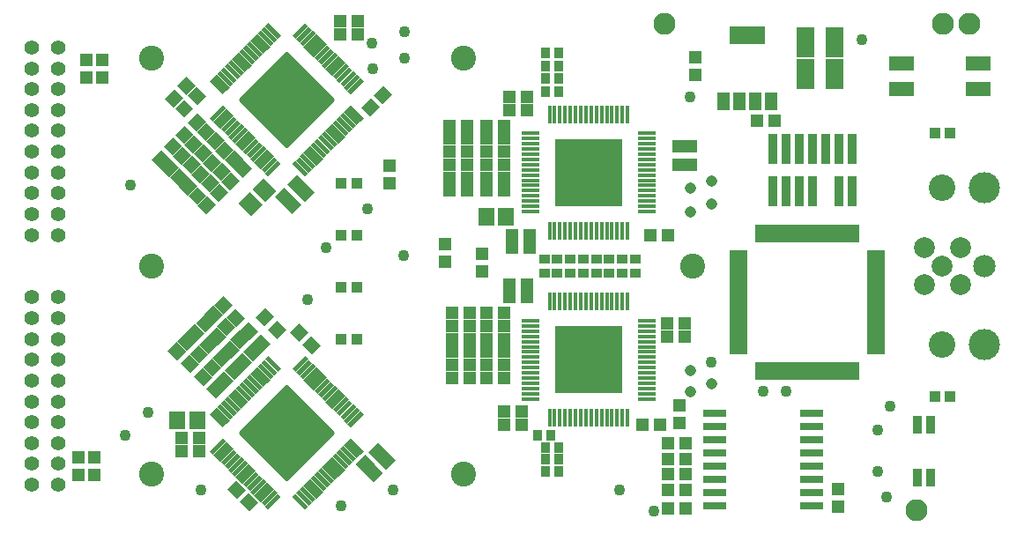
<source format=gts>
G75*
G70*
%OFA0B0*%
%FSLAX24Y24*%
%IPPOS*%
%LPD*%
%AMOC8*
5,1,8,0,0,1.08239X$1,22.5*
%
%ADD10C,0.0946*%
%ADD11R,0.2559X0.2559*%
%ADD12C,0.0098*%
%ADD13R,0.0690X0.0178*%
%ADD14R,0.0513X0.0474*%
%ADD15R,0.0592X0.0671*%
%ADD16R,0.0178X0.0690*%
%ADD17R,0.0474X0.0513*%
%ADD18R,0.0710X0.0198*%
%ADD19R,0.0198X0.0710*%
%ADD20R,0.0867X0.0316*%
%ADD21R,0.0395X0.0395*%
%ADD22R,0.0370X0.1180*%
%ADD23C,0.0552*%
%ADD24R,0.0950X0.0552*%
%ADD25R,0.0379X0.0710*%
%ADD26C,0.0789*%
%ADD27C,0.1005*%
%ADD28C,0.1182*%
%ADD29C,0.0848*%
%ADD30R,0.0474X0.0671*%
%ADD31R,0.1379X0.0671*%
%ADD32R,0.0356X0.0434*%
%ADD33R,0.0434X0.0356*%
%ADD34R,0.0710X0.1143*%
%ADD35C,0.0430*%
%ADD36C,0.0430*%
%ADD37C,0.0830*%
D10*
X011165Y005305D03*
X022976Y005305D03*
X031637Y013179D03*
X022976Y021053D03*
X011165Y021053D03*
X011165Y013179D03*
D11*
X027700Y016722D03*
X027700Y009635D03*
D12*
X018055Y006879D02*
X016283Y008651D01*
X014511Y006879D01*
X016283Y005108D01*
X018055Y006879D01*
X018010Y006924D02*
X014556Y006924D01*
X014564Y006827D02*
X018002Y006827D01*
X017905Y006730D02*
X014661Y006730D01*
X014758Y006633D02*
X017808Y006633D01*
X017711Y006536D02*
X014855Y006536D01*
X014952Y006439D02*
X017614Y006439D01*
X017518Y006342D02*
X015049Y006342D01*
X015146Y006245D02*
X017421Y006245D01*
X017324Y006148D02*
X015243Y006148D01*
X015340Y006051D02*
X017227Y006051D01*
X017130Y005954D02*
X015437Y005954D01*
X015534Y005857D02*
X017033Y005857D01*
X016936Y005760D02*
X015631Y005760D01*
X015728Y005663D02*
X016839Y005663D01*
X016742Y005566D02*
X015825Y005566D01*
X015921Y005469D02*
X016645Y005469D01*
X016548Y005372D02*
X016018Y005372D01*
X016115Y005275D02*
X016451Y005275D01*
X016354Y005178D02*
X016212Y005178D01*
X014653Y007021D02*
X017913Y007021D01*
X017816Y007118D02*
X014750Y007118D01*
X014847Y007215D02*
X017719Y007215D01*
X017622Y007312D02*
X014944Y007312D01*
X015041Y007409D02*
X017525Y007409D01*
X017428Y007506D02*
X015138Y007506D01*
X015235Y007603D02*
X017331Y007603D01*
X017235Y007700D02*
X015332Y007700D01*
X015429Y007797D02*
X017138Y007797D01*
X017041Y007894D02*
X015526Y007894D01*
X015623Y007991D02*
X016944Y007991D01*
X016847Y008088D02*
X015720Y008088D01*
X015817Y008184D02*
X016750Y008184D01*
X016653Y008281D02*
X015914Y008281D01*
X016011Y008378D02*
X016556Y008378D01*
X016459Y008475D02*
X016108Y008475D01*
X016204Y008572D02*
X016362Y008572D01*
X016283Y017706D02*
X018055Y019478D01*
X016283Y021249D01*
X014511Y019478D01*
X016283Y017706D01*
X016205Y017784D02*
X016361Y017784D01*
X016458Y017881D02*
X016108Y017881D01*
X016011Y017978D02*
X016555Y017978D01*
X016652Y018075D02*
X015914Y018075D01*
X015817Y018172D02*
X016749Y018172D01*
X016846Y018269D02*
X015720Y018269D01*
X015623Y018366D02*
X016943Y018366D01*
X017040Y018463D02*
X015526Y018463D01*
X015429Y018560D02*
X017137Y018560D01*
X017234Y018657D02*
X015332Y018657D01*
X015235Y018754D02*
X017331Y018754D01*
X017428Y018851D02*
X015138Y018851D01*
X015041Y018948D02*
X017525Y018948D01*
X017622Y019045D02*
X014944Y019045D01*
X014847Y019142D02*
X017719Y019142D01*
X017816Y019239D02*
X014750Y019239D01*
X014653Y019336D02*
X017913Y019336D01*
X018010Y019433D02*
X014556Y019433D01*
X014564Y019530D02*
X018003Y019530D01*
X017906Y019627D02*
X014660Y019627D01*
X014757Y019724D02*
X017809Y019724D01*
X017712Y019821D02*
X014854Y019821D01*
X014951Y019918D02*
X017615Y019918D01*
X017518Y020015D02*
X015048Y020015D01*
X015145Y020112D02*
X017421Y020112D01*
X017324Y020209D02*
X015242Y020209D01*
X015339Y020306D02*
X017227Y020306D01*
X017130Y020403D02*
X015436Y020403D01*
X015533Y020499D02*
X017033Y020499D01*
X016936Y020596D02*
X015630Y020596D01*
X015727Y020693D02*
X016839Y020693D01*
X016742Y020790D02*
X015824Y020790D01*
X015921Y020887D02*
X016645Y020887D01*
X016548Y020984D02*
X016018Y020984D01*
X016115Y021081D02*
X016451Y021081D01*
X016354Y021178D02*
X016212Y021178D01*
D13*
G36*
X015671Y021496D02*
X015184Y021983D01*
X015309Y022108D01*
X015796Y021621D01*
X015671Y021496D01*
G37*
G36*
X015532Y021357D02*
X015045Y021844D01*
X015170Y021969D01*
X015657Y021482D01*
X015532Y021357D01*
G37*
G36*
X015392Y021218D02*
X014905Y021705D01*
X015030Y021830D01*
X015517Y021343D01*
X015392Y021218D01*
G37*
G36*
X015253Y021079D02*
X014766Y021566D01*
X014891Y021691D01*
X015378Y021204D01*
X015253Y021079D01*
G37*
G36*
X015114Y020940D02*
X014627Y021427D01*
X014752Y021552D01*
X015239Y021065D01*
X015114Y020940D01*
G37*
G36*
X014975Y020800D02*
X014488Y021287D01*
X014613Y021412D01*
X015100Y020925D01*
X014975Y020800D01*
G37*
G36*
X014836Y020661D02*
X014349Y021148D01*
X014474Y021273D01*
X014961Y020786D01*
X014836Y020661D01*
G37*
G36*
X014696Y020522D02*
X014209Y021009D01*
X014334Y021134D01*
X014821Y020647D01*
X014696Y020522D01*
G37*
G36*
X014557Y020383D02*
X014070Y020870D01*
X014195Y020995D01*
X014682Y020508D01*
X014557Y020383D01*
G37*
G36*
X014418Y020244D02*
X013931Y020731D01*
X014056Y020856D01*
X014543Y020369D01*
X014418Y020244D01*
G37*
G36*
X014279Y020104D02*
X013792Y020591D01*
X013917Y020716D01*
X014404Y020229D01*
X014279Y020104D01*
G37*
G36*
X014140Y019965D02*
X013653Y020452D01*
X013778Y020577D01*
X014265Y020090D01*
X014140Y019965D01*
G37*
G36*
X014000Y019826D02*
X013513Y020313D01*
X013638Y020438D01*
X014125Y019951D01*
X014000Y019826D01*
G37*
G36*
X013861Y019687D02*
X013374Y020174D01*
X013499Y020299D01*
X013986Y019812D01*
X013861Y019687D01*
G37*
G36*
X013986Y019144D02*
X013499Y018657D01*
X013374Y018782D01*
X013861Y019269D01*
X013986Y019144D01*
G37*
G36*
X014125Y019005D02*
X013638Y018518D01*
X013513Y018643D01*
X014000Y019130D01*
X014125Y019005D01*
G37*
G36*
X014265Y018865D02*
X013778Y018378D01*
X013653Y018503D01*
X014140Y018990D01*
X014265Y018865D01*
G37*
G36*
X014404Y018726D02*
X013917Y018239D01*
X013792Y018364D01*
X014279Y018851D01*
X014404Y018726D01*
G37*
G36*
X014543Y018587D02*
X014056Y018100D01*
X013931Y018225D01*
X014418Y018712D01*
X014543Y018587D01*
G37*
G36*
X014682Y018448D02*
X014195Y017961D01*
X014070Y018086D01*
X014557Y018573D01*
X014682Y018448D01*
G37*
G36*
X014821Y018309D02*
X014334Y017822D01*
X014209Y017947D01*
X014696Y018434D01*
X014821Y018309D01*
G37*
G36*
X014961Y018169D02*
X014474Y017682D01*
X014349Y017807D01*
X014836Y018294D01*
X014961Y018169D01*
G37*
G36*
X015100Y018030D02*
X014613Y017543D01*
X014488Y017668D01*
X014975Y018155D01*
X015100Y018030D01*
G37*
G36*
X015239Y017891D02*
X014752Y017404D01*
X014627Y017529D01*
X015114Y018016D01*
X015239Y017891D01*
G37*
G36*
X015378Y017752D02*
X014891Y017265D01*
X014766Y017390D01*
X015253Y017877D01*
X015378Y017752D01*
G37*
G36*
X015517Y017613D02*
X015030Y017126D01*
X014905Y017251D01*
X015392Y017738D01*
X015517Y017613D01*
G37*
G36*
X015657Y017473D02*
X015170Y016986D01*
X015045Y017111D01*
X015532Y017598D01*
X015657Y017473D01*
G37*
G36*
X015796Y017334D02*
X015309Y016847D01*
X015184Y016972D01*
X015671Y017459D01*
X015796Y017334D01*
G37*
G36*
X015935Y017195D02*
X015448Y016708D01*
X015323Y016833D01*
X015810Y017320D01*
X015935Y017195D01*
G37*
G36*
X016074Y017056D02*
X015587Y016569D01*
X015462Y016694D01*
X015949Y017181D01*
X016074Y017056D01*
G37*
G36*
X016617Y017181D02*
X017104Y016694D01*
X016979Y016569D01*
X016492Y017056D01*
X016617Y017181D01*
G37*
G36*
X016756Y017320D02*
X017243Y016833D01*
X017118Y016708D01*
X016631Y017195D01*
X016756Y017320D01*
G37*
G36*
X016896Y017459D02*
X017383Y016972D01*
X017258Y016847D01*
X016771Y017334D01*
X016896Y017459D01*
G37*
G36*
X017035Y017598D02*
X017522Y017111D01*
X017397Y016986D01*
X016910Y017473D01*
X017035Y017598D01*
G37*
G36*
X017174Y017738D02*
X017661Y017251D01*
X017536Y017126D01*
X017049Y017613D01*
X017174Y017738D01*
G37*
G36*
X017313Y017877D02*
X017800Y017390D01*
X017675Y017265D01*
X017188Y017752D01*
X017313Y017877D01*
G37*
G36*
X017452Y018016D02*
X017939Y017529D01*
X017814Y017404D01*
X017327Y017891D01*
X017452Y018016D01*
G37*
G36*
X017592Y018155D02*
X018079Y017668D01*
X017954Y017543D01*
X017467Y018030D01*
X017592Y018155D01*
G37*
G36*
X017731Y018294D02*
X018218Y017807D01*
X018093Y017682D01*
X017606Y018169D01*
X017731Y018294D01*
G37*
G36*
X017870Y018434D02*
X018357Y017947D01*
X018232Y017822D01*
X017745Y018309D01*
X017870Y018434D01*
G37*
G36*
X018009Y018573D02*
X018496Y018086D01*
X018371Y017961D01*
X017884Y018448D01*
X018009Y018573D01*
G37*
G36*
X018148Y018712D02*
X018635Y018225D01*
X018510Y018100D01*
X018023Y018587D01*
X018148Y018712D01*
G37*
G36*
X018287Y018851D02*
X018774Y018364D01*
X018649Y018239D01*
X018162Y018726D01*
X018287Y018851D01*
G37*
G36*
X018427Y018990D02*
X018914Y018503D01*
X018789Y018378D01*
X018302Y018865D01*
X018427Y018990D01*
G37*
G36*
X018566Y019130D02*
X019053Y018643D01*
X018928Y018518D01*
X018441Y019005D01*
X018566Y019130D01*
G37*
G36*
X018705Y019269D02*
X019192Y018782D01*
X019067Y018657D01*
X018580Y019144D01*
X018705Y019269D01*
G37*
G36*
X018580Y019812D02*
X019067Y020299D01*
X019192Y020174D01*
X018705Y019687D01*
X018580Y019812D01*
G37*
G36*
X018441Y019951D02*
X018928Y020438D01*
X019053Y020313D01*
X018566Y019826D01*
X018441Y019951D01*
G37*
G36*
X018302Y020090D02*
X018789Y020577D01*
X018914Y020452D01*
X018427Y019965D01*
X018302Y020090D01*
G37*
G36*
X018162Y020229D02*
X018649Y020716D01*
X018774Y020591D01*
X018287Y020104D01*
X018162Y020229D01*
G37*
G36*
X018023Y020369D02*
X018510Y020856D01*
X018635Y020731D01*
X018148Y020244D01*
X018023Y020369D01*
G37*
G36*
X017884Y020508D02*
X018371Y020995D01*
X018496Y020870D01*
X018009Y020383D01*
X017884Y020508D01*
G37*
G36*
X017745Y020647D02*
X018232Y021134D01*
X018357Y021009D01*
X017870Y020522D01*
X017745Y020647D01*
G37*
G36*
X017606Y020786D02*
X018093Y021273D01*
X018218Y021148D01*
X017731Y020661D01*
X017606Y020786D01*
G37*
G36*
X017467Y020925D02*
X017954Y021412D01*
X018079Y021287D01*
X017592Y020800D01*
X017467Y020925D01*
G37*
G36*
X017327Y021065D02*
X017814Y021552D01*
X017939Y021427D01*
X017452Y020940D01*
X017327Y021065D01*
G37*
G36*
X017188Y021204D02*
X017675Y021691D01*
X017800Y021566D01*
X017313Y021079D01*
X017188Y021204D01*
G37*
G36*
X017049Y021343D02*
X017536Y021830D01*
X017661Y021705D01*
X017174Y021218D01*
X017049Y021343D01*
G37*
G36*
X016910Y021482D02*
X017397Y021969D01*
X017522Y021844D01*
X017035Y021357D01*
X016910Y021482D01*
G37*
G36*
X016771Y021621D02*
X017258Y022108D01*
X017383Y021983D01*
X016896Y021496D01*
X016771Y021621D01*
G37*
G36*
X016631Y021760D02*
X017118Y022247D01*
X017243Y022122D01*
X016756Y021635D01*
X016631Y021760D01*
G37*
G36*
X016492Y021900D02*
X016979Y022387D01*
X017104Y022262D01*
X016617Y021775D01*
X016492Y021900D01*
G37*
G36*
X015949Y021775D02*
X015462Y022262D01*
X015587Y022387D01*
X016074Y021900D01*
X015949Y021775D01*
G37*
G36*
X015810Y021635D02*
X015323Y022122D01*
X015448Y022247D01*
X015935Y021760D01*
X015810Y021635D01*
G37*
X025496Y018198D03*
X025496Y018001D03*
X025496Y017805D03*
X025496Y017608D03*
X025496Y017411D03*
X025496Y017214D03*
X025496Y017017D03*
X025496Y016820D03*
X025496Y016623D03*
X025496Y016427D03*
X025496Y016230D03*
X025496Y016033D03*
X025496Y015836D03*
X025496Y015639D03*
X025496Y015442D03*
X025496Y015246D03*
X029905Y015246D03*
X029905Y015442D03*
X029905Y015639D03*
X029905Y015836D03*
X029905Y016033D03*
X029905Y016230D03*
X029905Y016427D03*
X029905Y016623D03*
X029905Y016820D03*
X029905Y017017D03*
X029905Y017214D03*
X029905Y017411D03*
X029905Y017608D03*
X029905Y017805D03*
X029905Y018001D03*
X029905Y018198D03*
X029905Y011112D03*
X029905Y010915D03*
X029905Y010718D03*
X029905Y010521D03*
X029905Y010324D03*
X029905Y010127D03*
X029905Y009931D03*
X029905Y009734D03*
X029905Y009537D03*
X029905Y009340D03*
X029905Y009143D03*
X029905Y008946D03*
X029905Y008749D03*
X029905Y008553D03*
X029905Y008356D03*
X029905Y008159D03*
X025496Y008159D03*
X025496Y008356D03*
X025496Y008553D03*
X025496Y008749D03*
X025496Y008946D03*
X025496Y009143D03*
X025496Y009340D03*
X025496Y009537D03*
X025496Y009734D03*
X025496Y009931D03*
X025496Y010127D03*
X025496Y010324D03*
X025496Y010521D03*
X025496Y010718D03*
X025496Y010915D03*
X025496Y011112D03*
G36*
X018580Y007213D02*
X019067Y007700D01*
X019192Y007575D01*
X018705Y007088D01*
X018580Y007213D01*
G37*
G36*
X018441Y007353D02*
X018928Y007840D01*
X019053Y007715D01*
X018566Y007228D01*
X018441Y007353D01*
G37*
G36*
X018302Y007492D02*
X018789Y007979D01*
X018914Y007854D01*
X018427Y007367D01*
X018302Y007492D01*
G37*
G36*
X018162Y007631D02*
X018649Y008118D01*
X018774Y007993D01*
X018287Y007506D01*
X018162Y007631D01*
G37*
G36*
X018023Y007770D02*
X018510Y008257D01*
X018635Y008132D01*
X018148Y007645D01*
X018023Y007770D01*
G37*
G36*
X017884Y007909D02*
X018371Y008396D01*
X018496Y008271D01*
X018009Y007784D01*
X017884Y007909D01*
G37*
G36*
X017745Y008049D02*
X018232Y008536D01*
X018357Y008411D01*
X017870Y007924D01*
X017745Y008049D01*
G37*
G36*
X017606Y008188D02*
X018093Y008675D01*
X018218Y008550D01*
X017731Y008063D01*
X017606Y008188D01*
G37*
G36*
X017467Y008327D02*
X017954Y008814D01*
X018079Y008689D01*
X017592Y008202D01*
X017467Y008327D01*
G37*
G36*
X017327Y008466D02*
X017814Y008953D01*
X017939Y008828D01*
X017452Y008341D01*
X017327Y008466D01*
G37*
G36*
X017188Y008605D02*
X017675Y009092D01*
X017800Y008967D01*
X017313Y008480D01*
X017188Y008605D01*
G37*
G36*
X017049Y008745D02*
X017536Y009232D01*
X017661Y009107D01*
X017174Y008620D01*
X017049Y008745D01*
G37*
G36*
X016910Y008884D02*
X017397Y009371D01*
X017522Y009246D01*
X017035Y008759D01*
X016910Y008884D01*
G37*
G36*
X016771Y009023D02*
X017258Y009510D01*
X017383Y009385D01*
X016896Y008898D01*
X016771Y009023D01*
G37*
G36*
X016631Y009162D02*
X017118Y009649D01*
X017243Y009524D01*
X016756Y009037D01*
X016631Y009162D01*
G37*
G36*
X016492Y009301D02*
X016979Y009788D01*
X017104Y009663D01*
X016617Y009176D01*
X016492Y009301D01*
G37*
G36*
X015949Y009176D02*
X015462Y009663D01*
X015587Y009788D01*
X016074Y009301D01*
X015949Y009176D01*
G37*
G36*
X015810Y009037D02*
X015323Y009524D01*
X015448Y009649D01*
X015935Y009162D01*
X015810Y009037D01*
G37*
G36*
X015671Y008898D02*
X015184Y009385D01*
X015309Y009510D01*
X015796Y009023D01*
X015671Y008898D01*
G37*
G36*
X015532Y008759D02*
X015045Y009246D01*
X015170Y009371D01*
X015657Y008884D01*
X015532Y008759D01*
G37*
G36*
X015392Y008620D02*
X014905Y009107D01*
X015030Y009232D01*
X015517Y008745D01*
X015392Y008620D01*
G37*
G36*
X015253Y008480D02*
X014766Y008967D01*
X014891Y009092D01*
X015378Y008605D01*
X015253Y008480D01*
G37*
G36*
X015114Y008341D02*
X014627Y008828D01*
X014752Y008953D01*
X015239Y008466D01*
X015114Y008341D01*
G37*
G36*
X014975Y008202D02*
X014488Y008689D01*
X014613Y008814D01*
X015100Y008327D01*
X014975Y008202D01*
G37*
G36*
X014836Y008063D02*
X014349Y008550D01*
X014474Y008675D01*
X014961Y008188D01*
X014836Y008063D01*
G37*
G36*
X014696Y007924D02*
X014209Y008411D01*
X014334Y008536D01*
X014821Y008049D01*
X014696Y007924D01*
G37*
G36*
X014557Y007784D02*
X014070Y008271D01*
X014195Y008396D01*
X014682Y007909D01*
X014557Y007784D01*
G37*
G36*
X014418Y007645D02*
X013931Y008132D01*
X014056Y008257D01*
X014543Y007770D01*
X014418Y007645D01*
G37*
G36*
X014279Y007506D02*
X013792Y007993D01*
X013917Y008118D01*
X014404Y007631D01*
X014279Y007506D01*
G37*
G36*
X014140Y007367D02*
X013653Y007854D01*
X013778Y007979D01*
X014265Y007492D01*
X014140Y007367D01*
G37*
G36*
X014000Y007228D02*
X013513Y007715D01*
X013638Y007840D01*
X014125Y007353D01*
X014000Y007228D01*
G37*
G36*
X013861Y007088D02*
X013374Y007575D01*
X013499Y007700D01*
X013986Y007213D01*
X013861Y007088D01*
G37*
G36*
X013986Y006545D02*
X013499Y006058D01*
X013374Y006183D01*
X013861Y006670D01*
X013986Y006545D01*
G37*
G36*
X014125Y006406D02*
X013638Y005919D01*
X013513Y006044D01*
X014000Y006531D01*
X014125Y006406D01*
G37*
G36*
X014265Y006267D02*
X013778Y005780D01*
X013653Y005905D01*
X014140Y006392D01*
X014265Y006267D01*
G37*
G36*
X014404Y006128D02*
X013917Y005641D01*
X013792Y005766D01*
X014279Y006253D01*
X014404Y006128D01*
G37*
G36*
X014543Y005989D02*
X014056Y005502D01*
X013931Y005627D01*
X014418Y006114D01*
X014543Y005989D01*
G37*
G36*
X014682Y005849D02*
X014195Y005362D01*
X014070Y005487D01*
X014557Y005974D01*
X014682Y005849D01*
G37*
G36*
X014821Y005710D02*
X014334Y005223D01*
X014209Y005348D01*
X014696Y005835D01*
X014821Y005710D01*
G37*
G36*
X014961Y005571D02*
X014474Y005084D01*
X014349Y005209D01*
X014836Y005696D01*
X014961Y005571D01*
G37*
G36*
X015100Y005432D02*
X014613Y004945D01*
X014488Y005070D01*
X014975Y005557D01*
X015100Y005432D01*
G37*
G36*
X015239Y005293D02*
X014752Y004806D01*
X014627Y004931D01*
X015114Y005418D01*
X015239Y005293D01*
G37*
G36*
X015378Y005153D02*
X014891Y004666D01*
X014766Y004791D01*
X015253Y005278D01*
X015378Y005153D01*
G37*
G36*
X015517Y005014D02*
X015030Y004527D01*
X014905Y004652D01*
X015392Y005139D01*
X015517Y005014D01*
G37*
G36*
X015657Y004875D02*
X015170Y004388D01*
X015045Y004513D01*
X015532Y005000D01*
X015657Y004875D01*
G37*
G36*
X015796Y004736D02*
X015309Y004249D01*
X015184Y004374D01*
X015671Y004861D01*
X015796Y004736D01*
G37*
G36*
X015935Y004597D02*
X015448Y004110D01*
X015323Y004235D01*
X015810Y004722D01*
X015935Y004597D01*
G37*
G36*
X016074Y004457D02*
X015587Y003970D01*
X015462Y004095D01*
X015949Y004582D01*
X016074Y004457D01*
G37*
G36*
X016617Y004582D02*
X017104Y004095D01*
X016979Y003970D01*
X016492Y004457D01*
X016617Y004582D01*
G37*
G36*
X016756Y004722D02*
X017243Y004235D01*
X017118Y004110D01*
X016631Y004597D01*
X016756Y004722D01*
G37*
G36*
X016896Y004861D02*
X017383Y004374D01*
X017258Y004249D01*
X016771Y004736D01*
X016896Y004861D01*
G37*
G36*
X017035Y005000D02*
X017522Y004513D01*
X017397Y004388D01*
X016910Y004875D01*
X017035Y005000D01*
G37*
G36*
X017174Y005139D02*
X017661Y004652D01*
X017536Y004527D01*
X017049Y005014D01*
X017174Y005139D01*
G37*
G36*
X017313Y005278D02*
X017800Y004791D01*
X017675Y004666D01*
X017188Y005153D01*
X017313Y005278D01*
G37*
G36*
X017452Y005418D02*
X017939Y004931D01*
X017814Y004806D01*
X017327Y005293D01*
X017452Y005418D01*
G37*
G36*
X017592Y005557D02*
X018079Y005070D01*
X017954Y004945D01*
X017467Y005432D01*
X017592Y005557D01*
G37*
G36*
X017731Y005696D02*
X018218Y005209D01*
X018093Y005084D01*
X017606Y005571D01*
X017731Y005696D01*
G37*
G36*
X017870Y005835D02*
X018357Y005348D01*
X018232Y005223D01*
X017745Y005710D01*
X017870Y005835D01*
G37*
G36*
X018009Y005974D02*
X018496Y005487D01*
X018371Y005362D01*
X017884Y005849D01*
X018009Y005974D01*
G37*
G36*
X018148Y006114D02*
X018635Y005627D01*
X018510Y005502D01*
X018023Y005989D01*
X018148Y006114D01*
G37*
G36*
X018287Y006253D02*
X018774Y005766D01*
X018649Y005641D01*
X018162Y006128D01*
X018287Y006253D01*
G37*
G36*
X018427Y006392D02*
X018914Y005905D01*
X018789Y005780D01*
X018302Y006267D01*
X018427Y006392D01*
G37*
G36*
X018566Y006531D02*
X019053Y006044D01*
X018928Y005919D01*
X018441Y006406D01*
X018566Y006531D01*
G37*
G36*
X018705Y006670D02*
X019192Y006183D01*
X019067Y006058D01*
X018580Y006545D01*
X018705Y006670D01*
G37*
D14*
G36*
X020063Y006181D02*
X019702Y005820D01*
X019367Y006155D01*
X019728Y006516D01*
X020063Y006181D01*
G37*
G36*
X020411Y005833D02*
X020050Y005472D01*
X019715Y005807D01*
X020076Y006168D01*
X020411Y005833D01*
G37*
G36*
X019938Y005359D02*
X019577Y004998D01*
X019242Y005333D01*
X019603Y005694D01*
X019938Y005359D01*
G37*
G36*
X019590Y005707D02*
X019229Y005346D01*
X018894Y005681D01*
X019255Y006042D01*
X019590Y005707D01*
G37*
X024511Y007175D03*
X024511Y007667D03*
X025181Y007667D03*
X025181Y007175D03*
X024492Y008946D03*
X023823Y008946D03*
X023212Y008946D03*
X023212Y009438D03*
X023823Y009438D03*
X024492Y009438D03*
X024492Y009931D03*
X024492Y010423D03*
X023823Y010423D03*
X023823Y009931D03*
X023212Y009931D03*
X023212Y010423D03*
X023212Y010915D03*
X023212Y011407D03*
X023823Y011407D03*
X023823Y010915D03*
X024492Y010915D03*
X024492Y011407D03*
X024708Y012490D03*
X025378Y012490D03*
X025476Y013868D03*
X024807Y013868D03*
X024807Y014360D03*
X025476Y014360D03*
X024492Y016033D03*
X023823Y016033D03*
X023823Y016525D03*
X024492Y016525D03*
X024492Y017017D03*
X024492Y017509D03*
X023823Y017509D03*
X023823Y017017D03*
X023114Y017017D03*
X023114Y017509D03*
X022445Y017509D03*
X022445Y017017D03*
X022445Y016525D03*
X023114Y016525D03*
X023114Y016033D03*
X022445Y016033D03*
X022287Y014005D03*
X022287Y013336D03*
X022543Y011407D03*
X022543Y010915D03*
X022543Y010423D03*
X022543Y009931D03*
X022543Y009438D03*
X022543Y008946D03*
G36*
X017220Y010552D02*
X017581Y010191D01*
X017246Y009856D01*
X016885Y010217D01*
X017220Y010552D01*
G37*
G36*
X016746Y011025D02*
X017107Y010664D01*
X016772Y010329D01*
X016411Y010690D01*
X016746Y011025D01*
G37*
G36*
X015311Y010611D02*
X015672Y010250D01*
X015337Y009915D01*
X014976Y010276D01*
X015311Y010611D01*
G37*
G36*
X014838Y011084D02*
X015199Y010723D01*
X014864Y010388D01*
X014503Y010749D01*
X014838Y011084D01*
G37*
G36*
X014336Y011585D02*
X014697Y011224D01*
X014362Y010889D01*
X014001Y011250D01*
X014336Y011585D01*
G37*
G36*
X013863Y012058D02*
X014224Y011697D01*
X013889Y011362D01*
X013528Y011723D01*
X013863Y012058D01*
G37*
G36*
X013515Y011710D02*
X013876Y011349D01*
X013541Y011014D01*
X013180Y011375D01*
X013515Y011710D01*
G37*
G36*
X013167Y011362D02*
X013528Y011001D01*
X013193Y010666D01*
X012832Y011027D01*
X013167Y011362D01*
G37*
G36*
X012819Y011014D02*
X013180Y010653D01*
X012845Y010318D01*
X012484Y010679D01*
X012819Y011014D01*
G37*
G36*
X012471Y010666D02*
X012832Y010305D01*
X012497Y009970D01*
X012136Y010331D01*
X012471Y010666D01*
G37*
G36*
X012123Y010318D02*
X012484Y009957D01*
X012149Y009622D01*
X011788Y009983D01*
X012123Y010318D01*
G37*
G36*
X012945Y010193D02*
X013306Y009832D01*
X012971Y009497D01*
X012610Y009858D01*
X012945Y010193D01*
G37*
G36*
X013292Y010541D02*
X013653Y010180D01*
X013318Y009845D01*
X012957Y010206D01*
X013292Y010541D01*
G37*
G36*
X013640Y010889D02*
X014001Y010528D01*
X013666Y010193D01*
X013305Y010554D01*
X013640Y010889D01*
G37*
G36*
X013988Y011237D02*
X014349Y010876D01*
X014014Y010541D01*
X013653Y010902D01*
X013988Y011237D01*
G37*
G36*
X014490Y010736D02*
X014851Y010375D01*
X014516Y010040D01*
X014155Y010401D01*
X014490Y010736D01*
G37*
G36*
X014142Y010388D02*
X014503Y010027D01*
X014168Y009692D01*
X013807Y010053D01*
X014142Y010388D01*
G37*
G36*
X013794Y010040D02*
X014155Y009679D01*
X013820Y009344D01*
X013459Y009705D01*
X013794Y010040D01*
G37*
G36*
X013446Y009692D02*
X013807Y009331D01*
X013472Y008996D01*
X013111Y009357D01*
X013446Y009692D01*
G37*
G36*
X013098Y009344D02*
X013459Y008983D01*
X013124Y008648D01*
X012763Y009009D01*
X013098Y009344D01*
G37*
G36*
X012597Y009845D02*
X012958Y009484D01*
X012623Y009149D01*
X012262Y009510D01*
X012597Y009845D01*
G37*
G36*
X013919Y009219D02*
X014280Y008858D01*
X013945Y008523D01*
X013584Y008884D01*
X013919Y009219D01*
G37*
G36*
X014267Y009567D02*
X014628Y009206D01*
X014293Y008871D01*
X013932Y009232D01*
X014267Y009567D01*
G37*
G36*
X014615Y009915D02*
X014976Y009554D01*
X014641Y009219D01*
X014280Y009580D01*
X014615Y009915D01*
G37*
G36*
X014963Y010263D02*
X015324Y009902D01*
X014989Y009567D01*
X014628Y009928D01*
X014963Y010263D01*
G37*
G36*
X013571Y008871D02*
X013932Y008510D01*
X013597Y008175D01*
X013236Y008536D01*
X013571Y008871D01*
G37*
X012976Y006683D03*
X012976Y006190D03*
X012307Y006190D03*
X012307Y006683D03*
G36*
X014378Y005073D02*
X014739Y004712D01*
X014404Y004377D01*
X014043Y004738D01*
X014378Y005073D01*
G37*
G36*
X014851Y004600D02*
X015212Y004239D01*
X014877Y003904D01*
X014516Y004265D01*
X014851Y004600D01*
G37*
X009000Y005265D03*
X008409Y005265D03*
X008409Y005934D03*
X009000Y005934D03*
G36*
X012904Y015486D02*
X013265Y015847D01*
X013600Y015512D01*
X013239Y015151D01*
X012904Y015486D01*
G37*
G36*
X012556Y015834D02*
X012917Y016195D01*
X013252Y015860D01*
X012891Y015499D01*
X012556Y015834D01*
G37*
G36*
X012208Y016182D02*
X012569Y016543D01*
X012904Y016208D01*
X012543Y015847D01*
X012208Y016182D01*
G37*
G36*
X011860Y016530D02*
X012221Y016891D01*
X012556Y016556D01*
X012195Y016195D01*
X011860Y016530D01*
G37*
G36*
X011512Y016878D02*
X011873Y017239D01*
X012208Y016904D01*
X011847Y016543D01*
X011512Y016878D01*
G37*
G36*
X011164Y017226D02*
X011525Y017587D01*
X011860Y017252D01*
X011499Y016891D01*
X011164Y017226D01*
G37*
G36*
X011637Y017699D02*
X011998Y018060D01*
X012333Y017725D01*
X011972Y017364D01*
X011637Y017699D01*
G37*
G36*
X011985Y017351D02*
X012346Y017712D01*
X012681Y017377D01*
X012320Y017016D01*
X011985Y017351D01*
G37*
G36*
X012333Y017003D02*
X012694Y017364D01*
X013029Y017029D01*
X012668Y016668D01*
X012333Y017003D01*
G37*
G36*
X012681Y016655D02*
X013042Y017016D01*
X013377Y016681D01*
X013016Y016320D01*
X012681Y016655D01*
G37*
G36*
X013029Y016307D02*
X013390Y016668D01*
X013725Y016333D01*
X013364Y015972D01*
X013029Y016307D01*
G37*
G36*
X013377Y015959D02*
X013738Y016320D01*
X014073Y015985D01*
X013712Y015624D01*
X013377Y015959D01*
G37*
G36*
X013809Y016391D02*
X014170Y016752D01*
X014505Y016417D01*
X014144Y016056D01*
X013809Y016391D01*
G37*
G36*
X013461Y016739D02*
X013822Y017100D01*
X014157Y016765D01*
X013796Y016404D01*
X013461Y016739D01*
G37*
G36*
X013113Y017087D02*
X013474Y017448D01*
X013809Y017113D01*
X013448Y016752D01*
X013113Y017087D01*
G37*
G36*
X012765Y017435D02*
X013126Y017796D01*
X013461Y017461D01*
X013100Y017100D01*
X012765Y017435D01*
G37*
G36*
X012417Y017783D02*
X012778Y018144D01*
X013113Y017809D01*
X012752Y017448D01*
X012417Y017783D01*
G37*
G36*
X012069Y018131D02*
X012430Y018492D01*
X012765Y018157D01*
X012404Y017796D01*
X012069Y018131D01*
G37*
G36*
X012542Y018604D02*
X012903Y018965D01*
X013238Y018630D01*
X012877Y018269D01*
X012542Y018604D01*
G37*
G36*
X012890Y018256D02*
X013251Y018617D01*
X013586Y018282D01*
X013225Y017921D01*
X012890Y018256D01*
G37*
G36*
X013238Y017908D02*
X013599Y018269D01*
X013934Y017934D01*
X013573Y017573D01*
X013238Y017908D01*
G37*
G36*
X013586Y017560D02*
X013947Y017921D01*
X014282Y017586D01*
X013921Y017225D01*
X013586Y017560D01*
G37*
G36*
X013934Y017212D02*
X014295Y017573D01*
X014630Y017238D01*
X014269Y016877D01*
X013934Y017212D01*
G37*
G36*
X014282Y016864D02*
X014643Y017225D01*
X014978Y016890D01*
X014617Y016529D01*
X014282Y016864D01*
G37*
G36*
X015839Y015797D02*
X016200Y016158D01*
X016535Y015823D01*
X016174Y015462D01*
X015839Y015797D01*
G37*
G36*
X016158Y015478D02*
X016519Y015839D01*
X016854Y015504D01*
X016493Y015143D01*
X016158Y015478D01*
G37*
G36*
X016631Y015951D02*
X016992Y016312D01*
X017327Y015977D01*
X016966Y015616D01*
X016631Y015951D01*
G37*
G36*
X016312Y016271D02*
X016673Y016632D01*
X017008Y016297D01*
X016647Y015936D01*
X016312Y016271D01*
G37*
G36*
X019797Y019204D02*
X019436Y018843D01*
X019101Y019178D01*
X019462Y019539D01*
X019797Y019204D01*
G37*
G36*
X020271Y019677D02*
X019910Y019316D01*
X019575Y019651D01*
X019936Y020012D01*
X020271Y019677D01*
G37*
X022445Y018494D03*
X022445Y018001D03*
X023114Y018001D03*
X023114Y018494D03*
X023823Y018494D03*
X023823Y018001D03*
X024492Y018001D03*
X024492Y018494D03*
X024708Y019576D03*
X025378Y019576D03*
X018980Y021938D03*
X018980Y022431D03*
X018311Y022431D03*
X018311Y021938D03*
G36*
X012136Y019997D02*
X012497Y020358D01*
X012832Y020023D01*
X012471Y019662D01*
X012136Y019997D01*
G37*
G36*
X011663Y019523D02*
X012024Y019884D01*
X012359Y019549D01*
X011998Y019188D01*
X011663Y019523D01*
G37*
X009295Y020324D03*
X008704Y020324D03*
X008704Y020994D03*
X009295Y020994D03*
X030023Y014360D03*
X030693Y014360D03*
X030663Y011013D03*
X030663Y010521D03*
X031332Y010521D03*
X031332Y011013D03*
X030397Y007175D03*
X029728Y007175D03*
X030712Y004005D03*
X031382Y004005D03*
X034059Y018690D03*
X034728Y018690D03*
D15*
X024580Y015049D03*
X023832Y015049D03*
G36*
X014995Y016079D02*
X015414Y016498D01*
X015887Y016025D01*
X015468Y015606D01*
X014995Y016079D01*
G37*
G36*
X014466Y015550D02*
X014885Y015969D01*
X015358Y015496D01*
X014939Y015077D01*
X014466Y015550D01*
G37*
X012899Y007336D03*
X012151Y007336D03*
D16*
X026224Y007431D03*
X026421Y007431D03*
X026618Y007431D03*
X026815Y007431D03*
X027011Y007431D03*
X027208Y007431D03*
X027405Y007431D03*
X027602Y007431D03*
X027799Y007431D03*
X027996Y007431D03*
X028193Y007431D03*
X028389Y007431D03*
X028586Y007431D03*
X028783Y007431D03*
X028980Y007431D03*
X029177Y007431D03*
X029177Y011840D03*
X028980Y011840D03*
X028783Y011840D03*
X028586Y011840D03*
X028389Y011840D03*
X028193Y011840D03*
X027996Y011840D03*
X027799Y011840D03*
X027602Y011840D03*
X027405Y011840D03*
X027208Y011840D03*
X027011Y011840D03*
X026815Y011840D03*
X026618Y011840D03*
X026421Y011840D03*
X026224Y011840D03*
X026224Y014517D03*
X026421Y014517D03*
X026618Y014517D03*
X026815Y014517D03*
X027011Y014517D03*
X027208Y014517D03*
X027405Y014517D03*
X027602Y014517D03*
X027799Y014517D03*
X027996Y014517D03*
X028193Y014517D03*
X028389Y014517D03*
X028586Y014517D03*
X028783Y014517D03*
X028980Y014517D03*
X029177Y014517D03*
X029177Y018927D03*
X028980Y018927D03*
X028783Y018927D03*
X028586Y018927D03*
X028389Y018927D03*
X028193Y018927D03*
X027996Y018927D03*
X027799Y018927D03*
X027602Y018927D03*
X027405Y018927D03*
X027208Y018927D03*
X027011Y018927D03*
X026815Y018927D03*
X026618Y018927D03*
X026421Y018927D03*
X026224Y018927D03*
D17*
X025378Y019084D03*
X024708Y019084D03*
X020161Y016978D03*
X020161Y016309D03*
X023665Y013651D03*
X023665Y012982D03*
X024708Y011997D03*
X025378Y011997D03*
X031145Y007923D03*
X031145Y007253D03*
X031382Y006486D03*
X031382Y005895D03*
X030712Y005895D03*
X030712Y006486D03*
X030712Y005305D03*
X031382Y005305D03*
X031382Y004714D03*
X030712Y004714D03*
X037149Y004753D03*
X037149Y004084D03*
X031588Y017027D03*
X031096Y017027D03*
X031096Y017696D03*
X031588Y017696D03*
X031736Y020423D03*
X031736Y021092D03*
G36*
X015469Y011598D02*
X015804Y011263D01*
X015443Y010902D01*
X015108Y011237D01*
X015469Y011598D01*
G37*
G36*
X015942Y011125D02*
X016277Y010790D01*
X015916Y010429D01*
X015581Y010764D01*
X015942Y011125D01*
G37*
G36*
X012753Y019130D02*
X012418Y018795D01*
X012057Y019156D01*
X012392Y019491D01*
X012753Y019130D01*
G37*
G36*
X013226Y019603D02*
X012891Y019268D01*
X012530Y019629D01*
X012865Y019964D01*
X013226Y019603D01*
G37*
D18*
X033370Y013671D03*
X033370Y013474D03*
X033370Y013277D03*
X033370Y013080D03*
X033370Y012883D03*
X033370Y012686D03*
X033370Y012490D03*
X033370Y012293D03*
X033370Y012096D03*
X033370Y011899D03*
X033370Y011702D03*
X033370Y011505D03*
X033370Y011309D03*
X033370Y011112D03*
X033370Y010915D03*
X033370Y010718D03*
X033370Y010521D03*
X033370Y010324D03*
X033370Y010127D03*
X033370Y009931D03*
X038567Y009931D03*
X038567Y010127D03*
X038567Y010324D03*
X038567Y010521D03*
X038567Y010718D03*
X038567Y010915D03*
X038567Y011112D03*
X038567Y011309D03*
X038567Y011505D03*
X038567Y011702D03*
X038567Y011899D03*
X038567Y012096D03*
X038567Y012293D03*
X038567Y012490D03*
X038567Y012686D03*
X038567Y012883D03*
X038567Y013080D03*
X038567Y013277D03*
X038567Y013474D03*
X038567Y013671D03*
D19*
X037838Y014399D03*
X037641Y014399D03*
X037445Y014399D03*
X037248Y014399D03*
X037051Y014399D03*
X036854Y014399D03*
X036657Y014399D03*
X036460Y014399D03*
X036263Y014399D03*
X036067Y014399D03*
X035870Y014399D03*
X035673Y014399D03*
X035476Y014399D03*
X035279Y014399D03*
X035082Y014399D03*
X034886Y014399D03*
X034689Y014399D03*
X034492Y014399D03*
X034295Y014399D03*
X034098Y014399D03*
X034098Y009202D03*
X034295Y009202D03*
X034492Y009202D03*
X034689Y009202D03*
X034886Y009202D03*
X035082Y009202D03*
X035279Y009202D03*
X035476Y009202D03*
X035673Y009202D03*
X035870Y009202D03*
X036067Y009202D03*
X036263Y009202D03*
X036460Y009202D03*
X036657Y009202D03*
X036854Y009202D03*
X037051Y009202D03*
X037248Y009202D03*
X037445Y009202D03*
X037641Y009202D03*
X037838Y009202D03*
D20*
X036133Y007624D03*
X036133Y007124D03*
X036133Y006624D03*
X036133Y006124D03*
X036133Y005624D03*
X036133Y005124D03*
X036133Y004624D03*
X036133Y004124D03*
X032471Y004124D03*
X032471Y004624D03*
X032471Y005124D03*
X032471Y005624D03*
X032471Y006124D03*
X032471Y006624D03*
X032471Y007124D03*
X032471Y007624D03*
D21*
X040791Y008257D03*
X041382Y008257D03*
X041382Y018198D03*
X040791Y018198D03*
X018941Y016328D03*
X018350Y016328D03*
X018350Y014360D03*
X018941Y014360D03*
X018941Y012391D03*
X018350Y012391D03*
X018350Y010423D03*
X018941Y010423D03*
D22*
X034665Y016020D03*
X035165Y016020D03*
X035665Y016020D03*
X036165Y016020D03*
X037165Y016020D03*
X037665Y016020D03*
X037665Y017620D03*
X037165Y017620D03*
X036665Y017620D03*
X036165Y017620D03*
X035665Y017620D03*
X035165Y017620D03*
X034665Y017620D03*
D23*
X006637Y004911D03*
X007622Y004911D03*
X007622Y005698D03*
X007622Y006486D03*
X006637Y006486D03*
X006637Y005698D03*
X006637Y007273D03*
X007622Y007273D03*
X007622Y008060D03*
X007622Y008848D03*
X006637Y008848D03*
X006637Y008060D03*
X006637Y009635D03*
X006637Y010423D03*
X007622Y010423D03*
X007622Y009635D03*
X007622Y011210D03*
X007622Y011997D03*
X006637Y011997D03*
X006637Y011210D03*
X006637Y014360D03*
X007622Y014360D03*
X007622Y015147D03*
X007622Y015934D03*
X006637Y015934D03*
X006637Y015147D03*
X006637Y016722D03*
X006637Y017509D03*
X007622Y017509D03*
X007622Y016722D03*
X007622Y018297D03*
X007622Y019084D03*
X006637Y019084D03*
X006637Y018297D03*
X006637Y019871D03*
X006637Y020659D03*
X007622Y020659D03*
X007622Y019871D03*
X007622Y021446D03*
X006637Y021446D03*
D24*
X039531Y020856D03*
X039531Y019871D03*
X042445Y019871D03*
X042445Y020856D03*
D25*
X040647Y007190D03*
X040147Y007190D03*
X040147Y005190D03*
X040647Y005190D03*
D26*
X040390Y012483D03*
X041086Y013179D03*
X040390Y013875D03*
X041782Y013875D03*
X041782Y012483D03*
D27*
X041086Y010226D03*
X041086Y016131D03*
D28*
X042661Y016131D03*
X042661Y010226D03*
D29*
X042661Y013179D03*
D30*
X034590Y019419D03*
X034000Y019419D03*
X033409Y019419D03*
X032819Y019419D03*
D31*
X033704Y021899D03*
D32*
X026578Y021249D03*
X026578Y020757D03*
X026067Y020757D03*
X026067Y021249D03*
X026067Y020265D03*
X026578Y020265D03*
X026578Y019773D03*
X026067Y019773D03*
X026283Y006781D03*
X026067Y006328D03*
X026067Y005875D03*
X026578Y005875D03*
X026578Y006328D03*
X025771Y006781D03*
X026067Y005423D03*
X026578Y005423D03*
D33*
X026519Y012923D03*
X026027Y012923D03*
X026027Y013434D03*
X026519Y013434D03*
X027011Y013434D03*
X027504Y013434D03*
X027996Y013434D03*
X028488Y013434D03*
X028980Y013434D03*
X029472Y013434D03*
X029472Y012923D03*
X028980Y012923D03*
X028488Y012923D03*
X027996Y012923D03*
X027504Y012923D03*
X027011Y012923D03*
D34*
X035909Y020462D03*
X037011Y020462D03*
X037011Y021643D03*
X035909Y021643D03*
D35*
X038055Y021761D03*
X031539Y019576D03*
X020752Y021053D03*
X020752Y022037D03*
X019492Y021604D03*
X019531Y020659D03*
X019334Y015344D03*
X017760Y013868D03*
X017071Y011899D03*
X020712Y013572D03*
X011047Y007647D03*
X010181Y006781D03*
X013035Y004714D03*
X018350Y004123D03*
X020319Y004714D03*
X028882Y004714D03*
X030161Y003927D03*
X034295Y008454D03*
X035181Y008454D03*
X032326Y009537D03*
X038626Y006978D03*
X039118Y007864D03*
X038626Y005403D03*
X038980Y004458D03*
X010378Y016230D03*
D36*
X031539Y016131D02*
X031540Y016131D01*
X031540Y016130D01*
X031539Y016130D01*
X031538Y016130D01*
X031538Y016131D01*
X031538Y016132D01*
X031539Y016132D01*
X031540Y016132D01*
X031540Y016131D01*
X032326Y016427D02*
X032327Y016427D01*
X032327Y016426D01*
X032326Y016426D01*
X032325Y016426D01*
X032325Y016427D01*
X032325Y016428D01*
X032326Y016428D01*
X032327Y016428D01*
X032327Y016427D01*
X032326Y015541D02*
X032327Y015541D01*
X032327Y015540D01*
X032326Y015540D01*
X032325Y015540D01*
X032325Y015541D01*
X032325Y015542D01*
X032326Y015542D01*
X032327Y015542D01*
X032327Y015541D01*
X031539Y015246D02*
X031540Y015246D01*
X031540Y015245D01*
X031539Y015245D01*
X031538Y015245D01*
X031538Y015246D01*
X031538Y015247D01*
X031539Y015247D01*
X031540Y015247D01*
X031540Y015246D01*
X031539Y009242D02*
X031540Y009242D01*
X031540Y009241D01*
X031539Y009241D01*
X031538Y009241D01*
X031538Y009242D01*
X031538Y009243D01*
X031539Y009243D01*
X031540Y009243D01*
X031540Y009242D01*
X032326Y008749D02*
X032327Y008749D01*
X032327Y008748D01*
X032326Y008748D01*
X032325Y008748D01*
X032325Y008749D01*
X032325Y008750D01*
X032326Y008750D01*
X032327Y008750D01*
X032327Y008749D01*
X031539Y008454D02*
X031540Y008454D01*
X031540Y008453D01*
X031539Y008453D01*
X031538Y008453D01*
X031538Y008454D01*
X031538Y008455D01*
X031539Y008455D01*
X031540Y008455D01*
X031540Y008454D01*
D37*
X040110Y003942D03*
X041094Y022336D03*
X042094Y022336D03*
X030578Y022348D03*
M02*

</source>
